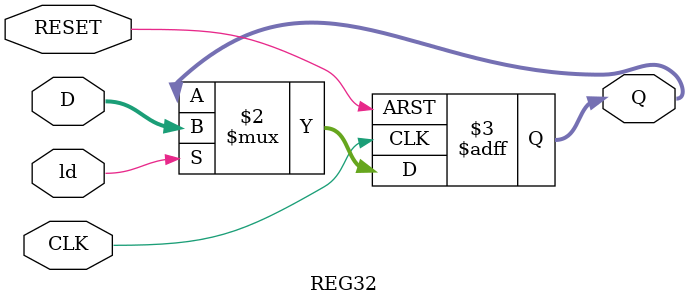
<source format=v>
`timescale 1ns / 1ps
/**********************************************************
*
* Author:   Bryan Linares
* Filename: REG32.v
* Date:     Oct. 2, 2018
* Project:  CECS 440 Lab 3
* Version:  1.0
*
* Notes:    32 bit load Register to support the mips processor
*           
***********************************************************/
module REG32( CLK, RESET, ld, D, Q );
   input CLK;
   input RESET;
   input ld;
   input [31:0] D;
   output reg [31:0]Q;

   always@(posedge CLK, posedge RESET)
      if(RESET) Q <= 32'b0;
      else      Q <= ld? D : Q;
      
endmodule

</source>
